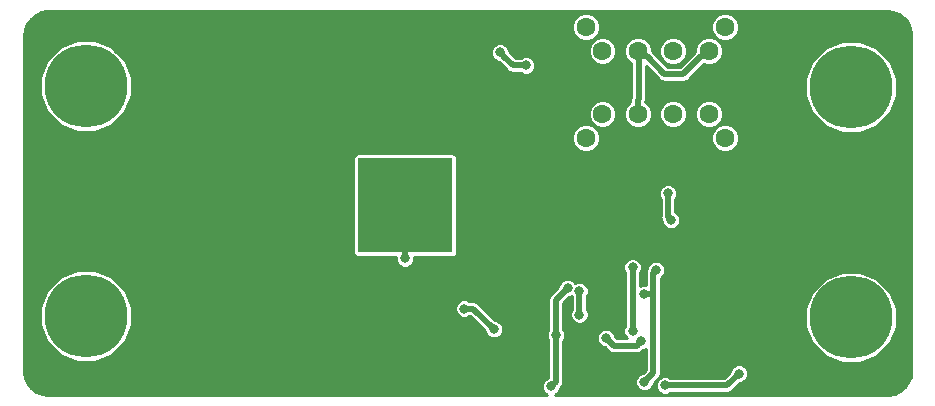
<source format=gbl>
G04 #@! TF.GenerationSoftware,KiCad,Pcbnew,(5.0.0)*
G04 #@! TF.CreationDate,2019-04-01T19:30:18+02:00*
G04 #@! TF.ProjectId,currentscaler,63757272656E747363616C65722E6B69,rev?*
G04 #@! TF.SameCoordinates,Original*
G04 #@! TF.FileFunction,Copper,L2,Bot,Signal*
G04 #@! TF.FilePolarity,Positive*
%FSLAX46Y46*%
G04 Gerber Fmt 4.6, Leading zero omitted, Abs format (unit mm)*
G04 Created by KiCad (PCBNEW (5.0.0)) date 04/01/19 19:30:18*
%MOMM*%
%LPD*%
G01*
G04 APERTURE LIST*
G04 #@! TA.AperFunction,ComponentPad*
%ADD10C,7.000000*%
G04 #@! TD*
G04 #@! TA.AperFunction,WasherPad*
%ADD11C,1.600000*%
G04 #@! TD*
G04 #@! TA.AperFunction,ComponentPad*
%ADD12C,1.600000*%
G04 #@! TD*
G04 #@! TA.AperFunction,SMDPad,CuDef*
%ADD13R,6.000000X5.500000*%
G04 #@! TD*
G04 #@! TA.AperFunction,SMDPad,CuDef*
%ADD14R,8.000000X8.000000*%
G04 #@! TD*
G04 #@! TA.AperFunction,ViaPad*
%ADD15C,0.800000*%
G04 #@! TD*
G04 #@! TA.AperFunction,Conductor*
%ADD16C,0.500000*%
G04 #@! TD*
G04 #@! TA.AperFunction,Conductor*
%ADD17C,0.254000*%
G04 #@! TD*
G04 APERTURE END LIST*
D10*
G04 #@! TO.P,CON2,1*
G04 #@! TO.N,Net-(C6-Pad1)*
X168230000Y-119000000D03*
G04 #@! TO.P,CON2,2*
G04 #@! TO.N,GNDREF*
X168230000Y-99500000D03*
G04 #@! TD*
G04 #@! TO.P,CON1,1*
G04 #@! TO.N,Net-(CON1-Pad1)*
X103460000Y-99390000D03*
G04 #@! TO.P,CON1,2*
G04 #@! TO.N,GNDREF*
X103460000Y-118890000D03*
G04 #@! TD*
D11*
G04 #@! TO.P,DP3T1,*
G04 #@! TO.N,*
X145800000Y-103800000D03*
X157600000Y-103800000D03*
X157600000Y-94400000D03*
X145800000Y-94400000D03*
D12*
G04 #@! TO.P,DP3T1,4*
G04 #@! TO.N,Net-(DP3T1-Pad4)*
X153200000Y-96450000D03*
X147200000Y-96450000D03*
G04 #@! TO.P,DP3T1,3*
G04 #@! TO.N,Net-(CON1-Pad1)*
X150200000Y-96450000D03*
G04 #@! TO.P,DP3T1,5*
X156200000Y-96450000D03*
G04 #@! TO.P,DP3T1,4*
G04 #@! TO.N,Net-(DP3T1-Pad4)*
X147200000Y-101750000D03*
G04 #@! TO.P,DP3T1,3*
G04 #@! TO.N,Net-(CON1-Pad1)*
X150200000Y-101750000D03*
G04 #@! TO.P,DP3T1,2*
G04 #@! TO.N,Net-(DP3T1-Pad2)*
X153200000Y-101750000D03*
G04 #@! TO.P,DP3T1,1*
G04 #@! TO.N,Net-(DP3T1-Pad1)*
X156200000Y-101750000D03*
G04 #@! TD*
D13*
G04 #@! TO.P,BT1,1*
G04 #@! TO.N,+9V*
X145800000Y-109500000D03*
X115200000Y-109500000D03*
D14*
G04 #@! TO.P,BT1,2*
G04 #@! TO.N,GND*
X130500000Y-109500000D03*
G04 #@! TD*
D15*
G04 #@! TO.N,GND*
X135500000Y-118250000D03*
X138000000Y-120000000D03*
X130500000Y-114000000D03*
G04 #@! TO.N,Net-(R10-Pad2)*
X149750000Y-114750000D03*
X149750000Y-120162490D03*
G04 #@! TO.N,+9V*
X145250000Y-115500000D03*
X148351505Y-120162490D03*
X142000000Y-111750008D03*
G04 #@! TO.N,Net-(DP3T1-Pad2)*
X140750000Y-97650010D03*
X138500000Y-96550010D03*
G04 #@! TO.N,GNDREF*
X158750000Y-123750000D03*
X152500000Y-124750000D03*
G04 #@! TO.N,Net-(C4-Pad2)*
X152750000Y-108500000D03*
X153000000Y-110750000D03*
G04 #@! TO.N,Net-(R8-Pad1)*
X145250000Y-116750000D03*
X145250000Y-118750000D03*
G04 #@! TO.N,Net-(C2-Pad1)*
X151750000Y-115000000D03*
X150750000Y-117000000D03*
X150750000Y-124449990D03*
G04 #@! TO.N,Net-(C2-Pad2)*
X150500000Y-121000000D03*
X147500000Y-120750000D03*
G04 #@! TO.N,Net-(R6-Pad2)*
X143250000Y-120500000D03*
X144250000Y-116500000D03*
X142840000Y-124840000D03*
G04 #@! TD*
D16*
G04 #@! TO.N,GND*
X135500000Y-118250000D02*
X136250000Y-118250000D01*
X136250000Y-118250000D02*
X138000000Y-120000000D01*
X130500000Y-109500000D02*
X130500000Y-114000000D01*
G04 #@! TO.N,Net-(R10-Pad2)*
X149750000Y-114750000D02*
X149750000Y-120162490D01*
G04 #@! TO.N,+9V*
X148351505Y-118601505D02*
X148351505Y-119596805D01*
X148351505Y-119596805D02*
X148351505Y-120162490D01*
X145250000Y-115500000D02*
X148351505Y-118601505D01*
G04 #@! TO.N,Net-(DP3T1-Pad2)*
X140750000Y-97650010D02*
X139600000Y-97650010D01*
X138899999Y-96950009D02*
X138500000Y-96550010D01*
X139600000Y-97650010D02*
X138899999Y-96950009D01*
G04 #@! TO.N,GNDREF*
X158750000Y-123750000D02*
X157750000Y-124750000D01*
X157750000Y-124750000D02*
X152500000Y-124750000D01*
G04 #@! TO.N,Net-(C4-Pad2)*
X152750000Y-108500000D02*
X152750000Y-110500000D01*
X152750000Y-110500000D02*
X153000000Y-110750000D01*
G04 #@! TO.N,Net-(R8-Pad1)*
X145250000Y-116750000D02*
X145250000Y-118750000D01*
G04 #@! TO.N,Net-(C2-Pad1)*
X151500000Y-115250000D02*
X151750000Y-115000000D01*
X150750000Y-117000000D02*
X151500000Y-117000000D01*
X151500000Y-117000000D02*
X151500000Y-115250000D01*
X151149999Y-124049991D02*
X150750000Y-124449990D01*
X151500000Y-123699990D02*
X151149999Y-124049991D01*
X151500000Y-117000000D02*
X151500000Y-123699990D01*
G04 #@! TO.N,Net-(C2-Pad2)*
X148149999Y-121399999D02*
X147899999Y-121149999D01*
X147899999Y-121149999D02*
X147500000Y-120750000D01*
X150500000Y-121000000D02*
X150100001Y-121399999D01*
X150100001Y-121399999D02*
X148149999Y-121399999D01*
G04 #@! TO.N,Net-(R6-Pad2)*
X143250000Y-120500000D02*
X143250000Y-117500000D01*
X143250000Y-117500000D02*
X144250000Y-116500000D01*
X143250000Y-120500000D02*
X143250000Y-124430000D01*
X143239999Y-124440001D02*
X142840000Y-124840000D01*
X143250000Y-124430000D02*
X143239999Y-124440001D01*
G04 #@! TO.N,Net-(CON1-Pad1)*
X150250000Y-96950000D02*
X150250000Y-100500000D01*
X155550000Y-96900000D02*
X154050000Y-98400000D01*
X156200000Y-96900000D02*
X155550000Y-96900000D01*
X154050000Y-98400000D02*
X152450000Y-98400000D01*
X152450000Y-98400000D02*
X150950000Y-96900000D01*
X150950000Y-96900000D02*
X150200000Y-96900000D01*
X150200000Y-96900000D02*
X150250000Y-96950000D01*
X150200000Y-100550000D02*
X150200000Y-101750000D01*
X150250000Y-100500000D02*
X150200000Y-100550000D01*
G04 #@! TD*
D17*
G04 #@! TO.N,+9V*
G36*
X171808221Y-93120601D02*
X172284512Y-93309178D01*
X172698941Y-93610278D01*
X173025470Y-94004984D01*
X173243579Y-94468491D01*
X173343609Y-94992866D01*
X173347200Y-95107126D01*
X173347201Y-123471502D01*
X173279397Y-124008224D01*
X173090821Y-124484513D01*
X172789721Y-124898942D01*
X172395017Y-125225469D01*
X171931509Y-125443579D01*
X171407134Y-125543609D01*
X171292874Y-125547200D01*
X143165157Y-125547200D01*
X143280588Y-125499387D01*
X143499387Y-125280588D01*
X143617800Y-124994714D01*
X143617800Y-124950042D01*
X143650198Y-124917644D01*
X143702618Y-124882618D01*
X143841374Y-124674955D01*
X143877800Y-124491831D01*
X143877800Y-124491827D01*
X143890098Y-124430000D01*
X143877800Y-124368173D01*
X143877800Y-120972175D01*
X143909387Y-120940588D01*
X144027800Y-120654714D01*
X144027800Y-120595286D01*
X146722200Y-120595286D01*
X146722200Y-120904714D01*
X146840613Y-121190588D01*
X147059412Y-121409387D01*
X147345286Y-121527800D01*
X147389958Y-121527800D01*
X147662355Y-121800197D01*
X147697381Y-121852617D01*
X147905044Y-121991373D01*
X148088168Y-122027799D01*
X148088172Y-122027799D01*
X148149998Y-122040097D01*
X148211824Y-122027799D01*
X150038175Y-122027799D01*
X150100001Y-122040097D01*
X150161827Y-122027799D01*
X150161832Y-122027799D01*
X150344956Y-121991373D01*
X150552619Y-121852617D01*
X150587645Y-121800197D01*
X150610042Y-121777800D01*
X150654714Y-121777800D01*
X150872201Y-121687714D01*
X150872201Y-123439947D01*
X150639958Y-123672190D01*
X150595286Y-123672190D01*
X150309412Y-123790603D01*
X150090613Y-124009402D01*
X149972200Y-124295276D01*
X149972200Y-124604704D01*
X150090613Y-124890578D01*
X150309412Y-125109377D01*
X150595286Y-125227790D01*
X150904714Y-125227790D01*
X151190588Y-125109377D01*
X151409387Y-124890578D01*
X151527800Y-124604704D01*
X151527800Y-124595286D01*
X151722200Y-124595286D01*
X151722200Y-124904714D01*
X151840613Y-125190588D01*
X152059412Y-125409387D01*
X152345286Y-125527800D01*
X152654714Y-125527800D01*
X152940588Y-125409387D01*
X152972175Y-125377800D01*
X157688174Y-125377800D01*
X157750000Y-125390098D01*
X157811826Y-125377800D01*
X157811831Y-125377800D01*
X157994955Y-125341374D01*
X158202618Y-125202618D01*
X158237643Y-125150199D01*
X158860043Y-124527800D01*
X158904714Y-124527800D01*
X159190588Y-124409387D01*
X159409387Y-124190588D01*
X159527800Y-123904714D01*
X159527800Y-123595286D01*
X159409387Y-123309412D01*
X159190588Y-123090613D01*
X158904714Y-122972200D01*
X158595286Y-122972200D01*
X158309412Y-123090613D01*
X158090613Y-123309412D01*
X157972200Y-123595286D01*
X157972200Y-123639957D01*
X157489958Y-124122200D01*
X152972175Y-124122200D01*
X152940588Y-124090613D01*
X152654714Y-123972200D01*
X152345286Y-123972200D01*
X152059412Y-124090613D01*
X151840613Y-124309412D01*
X151722200Y-124595286D01*
X151527800Y-124595286D01*
X151527800Y-124560032D01*
X151900198Y-124187634D01*
X151952618Y-124152608D01*
X152091374Y-123944945D01*
X152127800Y-123761821D01*
X152127800Y-123761817D01*
X152140098Y-123699991D01*
X152127800Y-123638165D01*
X152127800Y-118228658D01*
X164352200Y-118228658D01*
X164352200Y-119771342D01*
X164942560Y-121196597D01*
X166033403Y-122287440D01*
X167458658Y-122877800D01*
X169001342Y-122877800D01*
X170426597Y-122287440D01*
X171517440Y-121196597D01*
X172107800Y-119771342D01*
X172107800Y-118228658D01*
X171517440Y-116803403D01*
X170426597Y-115712560D01*
X169001342Y-115122200D01*
X167458658Y-115122200D01*
X166033403Y-115712560D01*
X164942560Y-116803403D01*
X164352200Y-118228658D01*
X152127800Y-118228658D01*
X152127800Y-117061830D01*
X152140099Y-117000000D01*
X152127800Y-116938169D01*
X152127800Y-115685395D01*
X152190588Y-115659387D01*
X152409387Y-115440588D01*
X152527800Y-115154714D01*
X152527800Y-114845286D01*
X152409387Y-114559412D01*
X152190588Y-114340613D01*
X151904714Y-114222200D01*
X151595286Y-114222200D01*
X151309412Y-114340613D01*
X151090613Y-114559412D01*
X150972200Y-114845286D01*
X150972200Y-114909901D01*
X150908627Y-115005045D01*
X150859902Y-115250000D01*
X150872201Y-115311830D01*
X150872200Y-116222200D01*
X150595286Y-116222200D01*
X150377800Y-116312286D01*
X150377800Y-115222175D01*
X150409387Y-115190588D01*
X150527800Y-114904714D01*
X150527800Y-114595286D01*
X150409387Y-114309412D01*
X150190588Y-114090613D01*
X149904714Y-113972200D01*
X149595286Y-113972200D01*
X149309412Y-114090613D01*
X149090613Y-114309412D01*
X148972200Y-114595286D01*
X148972200Y-114904714D01*
X149090613Y-115190588D01*
X149122200Y-115222175D01*
X149122201Y-119690314D01*
X149090613Y-119721902D01*
X148972200Y-120007776D01*
X148972200Y-120317204D01*
X149090613Y-120603078D01*
X149259734Y-120772199D01*
X148410041Y-120772199D01*
X148277800Y-120639958D01*
X148277800Y-120595286D01*
X148159387Y-120309412D01*
X147940588Y-120090613D01*
X147654714Y-119972200D01*
X147345286Y-119972200D01*
X147059412Y-120090613D01*
X146840613Y-120309412D01*
X146722200Y-120595286D01*
X144027800Y-120595286D01*
X144027800Y-120345286D01*
X143909387Y-120059412D01*
X143877800Y-120027825D01*
X143877800Y-117760042D01*
X144360043Y-117277800D01*
X144404714Y-117277800D01*
X144597833Y-117197808D01*
X144622200Y-117222175D01*
X144622201Y-118277824D01*
X144590613Y-118309412D01*
X144472200Y-118595286D01*
X144472200Y-118904714D01*
X144590613Y-119190588D01*
X144809412Y-119409387D01*
X145095286Y-119527800D01*
X145404714Y-119527800D01*
X145690588Y-119409387D01*
X145909387Y-119190588D01*
X146027800Y-118904714D01*
X146027800Y-118595286D01*
X145909387Y-118309412D01*
X145877800Y-118277825D01*
X145877800Y-117222175D01*
X145909387Y-117190588D01*
X146027800Y-116904714D01*
X146027800Y-116595286D01*
X145909387Y-116309412D01*
X145690588Y-116090613D01*
X145404714Y-115972200D01*
X145095286Y-115972200D01*
X144902167Y-116052192D01*
X144690588Y-115840613D01*
X144404714Y-115722200D01*
X144095286Y-115722200D01*
X143809412Y-115840613D01*
X143590613Y-116059412D01*
X143472200Y-116345286D01*
X143472200Y-116389957D01*
X142849799Y-117012359D01*
X142797383Y-117047382D01*
X142762359Y-117099799D01*
X142762358Y-117099800D01*
X142658627Y-117255045D01*
X142609902Y-117500000D01*
X142622201Y-117561831D01*
X142622200Y-120027825D01*
X142590613Y-120059412D01*
X142472200Y-120345286D01*
X142472200Y-120654714D01*
X142590613Y-120940588D01*
X142622200Y-120972175D01*
X142622201Y-124088331D01*
X142399412Y-124180613D01*
X142180613Y-124399412D01*
X142062200Y-124685286D01*
X142062200Y-124994714D01*
X142180613Y-125280588D01*
X142399412Y-125499387D01*
X142514843Y-125547200D01*
X100278491Y-125547200D01*
X99741776Y-125479397D01*
X99265487Y-125290821D01*
X98851058Y-124989721D01*
X98524531Y-124595017D01*
X98306421Y-124131509D01*
X98206391Y-123607134D01*
X98202812Y-123493250D01*
X98212274Y-118118658D01*
X99582200Y-118118658D01*
X99582200Y-119661342D01*
X100172560Y-121086597D01*
X101263403Y-122177440D01*
X102688658Y-122767800D01*
X104231342Y-122767800D01*
X105656597Y-122177440D01*
X106747440Y-121086597D01*
X107337800Y-119661342D01*
X107337800Y-118118658D01*
X107328119Y-118095286D01*
X134722200Y-118095286D01*
X134722200Y-118404714D01*
X134840613Y-118690588D01*
X135059412Y-118909387D01*
X135345286Y-119027800D01*
X135654714Y-119027800D01*
X135940588Y-118909387D01*
X135972175Y-118877800D01*
X135989958Y-118877800D01*
X137222200Y-120110043D01*
X137222200Y-120154714D01*
X137340613Y-120440588D01*
X137559412Y-120659387D01*
X137845286Y-120777800D01*
X138154714Y-120777800D01*
X138440588Y-120659387D01*
X138659387Y-120440588D01*
X138777800Y-120154714D01*
X138777800Y-119845286D01*
X138659387Y-119559412D01*
X138440588Y-119340613D01*
X138154714Y-119222200D01*
X138110043Y-119222200D01*
X136737644Y-117849802D01*
X136702618Y-117797382D01*
X136494955Y-117658626D01*
X136311831Y-117622200D01*
X136311826Y-117622200D01*
X136250000Y-117609902D01*
X136188174Y-117622200D01*
X135972175Y-117622200D01*
X135940588Y-117590613D01*
X135654714Y-117472200D01*
X135345286Y-117472200D01*
X135059412Y-117590613D01*
X134840613Y-117809412D01*
X134722200Y-118095286D01*
X107328119Y-118095286D01*
X106747440Y-116693403D01*
X105656597Y-115602560D01*
X104231342Y-115012200D01*
X102688658Y-115012200D01*
X101263403Y-115602560D01*
X100172560Y-116693403D01*
X99582200Y-118118658D01*
X98212274Y-118118658D01*
X98234489Y-105500000D01*
X126114799Y-105500000D01*
X126114799Y-113500000D01*
X126144121Y-113647410D01*
X126227622Y-113772378D01*
X126352590Y-113855879D01*
X126500000Y-113885201D01*
X129722200Y-113885201D01*
X129722200Y-114154714D01*
X129840613Y-114440588D01*
X130059412Y-114659387D01*
X130345286Y-114777800D01*
X130654714Y-114777800D01*
X130940588Y-114659387D01*
X131159387Y-114440588D01*
X131277800Y-114154714D01*
X131277800Y-113885201D01*
X134500000Y-113885201D01*
X134647410Y-113855879D01*
X134772378Y-113772378D01*
X134855879Y-113647410D01*
X134885201Y-113500000D01*
X134885201Y-108345286D01*
X151972200Y-108345286D01*
X151972200Y-108654714D01*
X152090613Y-108940588D01*
X152122200Y-108972175D01*
X152122201Y-110438170D01*
X152109902Y-110500000D01*
X152122201Y-110561831D01*
X152158627Y-110744955D01*
X152222200Y-110840099D01*
X152222200Y-110904714D01*
X152340613Y-111190588D01*
X152559412Y-111409387D01*
X152845286Y-111527800D01*
X153154714Y-111527800D01*
X153440588Y-111409387D01*
X153659387Y-111190588D01*
X153777800Y-110904714D01*
X153777800Y-110595286D01*
X153659387Y-110309412D01*
X153440588Y-110090613D01*
X153377800Y-110064605D01*
X153377800Y-108972175D01*
X153409387Y-108940588D01*
X153527800Y-108654714D01*
X153527800Y-108345286D01*
X153409387Y-108059412D01*
X153190588Y-107840613D01*
X152904714Y-107722200D01*
X152595286Y-107722200D01*
X152309412Y-107840613D01*
X152090613Y-108059412D01*
X151972200Y-108345286D01*
X134885201Y-108345286D01*
X134885201Y-105500000D01*
X134855879Y-105352590D01*
X134772378Y-105227622D01*
X134647410Y-105144121D01*
X134500000Y-105114799D01*
X126500000Y-105114799D01*
X126352590Y-105144121D01*
X126227622Y-105227622D01*
X126144121Y-105352590D01*
X126114799Y-105500000D01*
X98234489Y-105500000D01*
X98237894Y-103565721D01*
X144622200Y-103565721D01*
X144622200Y-104034279D01*
X144801510Y-104467170D01*
X145132830Y-104798490D01*
X145565721Y-104977800D01*
X146034279Y-104977800D01*
X146467170Y-104798490D01*
X146798490Y-104467170D01*
X146977800Y-104034279D01*
X146977800Y-103565721D01*
X156422200Y-103565721D01*
X156422200Y-104034279D01*
X156601510Y-104467170D01*
X156932830Y-104798490D01*
X157365721Y-104977800D01*
X157834279Y-104977800D01*
X158267170Y-104798490D01*
X158598490Y-104467170D01*
X158777800Y-104034279D01*
X158777800Y-103565721D01*
X158598490Y-103132830D01*
X158267170Y-102801510D01*
X157834279Y-102622200D01*
X157365721Y-102622200D01*
X156932830Y-102801510D01*
X156601510Y-103132830D01*
X156422200Y-103565721D01*
X146977800Y-103565721D01*
X146798490Y-103132830D01*
X146467170Y-102801510D01*
X146034279Y-102622200D01*
X145565721Y-102622200D01*
X145132830Y-102801510D01*
X144801510Y-103132830D01*
X144622200Y-103565721D01*
X98237894Y-103565721D01*
X98246605Y-98618658D01*
X99582200Y-98618658D01*
X99582200Y-100161342D01*
X100172560Y-101586597D01*
X101263403Y-102677440D01*
X102688658Y-103267800D01*
X104231342Y-103267800D01*
X105656597Y-102677440D01*
X106747440Y-101586597D01*
X106776797Y-101515721D01*
X146022200Y-101515721D01*
X146022200Y-101984279D01*
X146201510Y-102417170D01*
X146532830Y-102748490D01*
X146965721Y-102927800D01*
X147434279Y-102927800D01*
X147867170Y-102748490D01*
X148198490Y-102417170D01*
X148377800Y-101984279D01*
X148377800Y-101515721D01*
X148198490Y-101082830D01*
X147867170Y-100751510D01*
X147434279Y-100572200D01*
X146965721Y-100572200D01*
X146532830Y-100751510D01*
X146201510Y-101082830D01*
X146022200Y-101515721D01*
X106776797Y-101515721D01*
X107337800Y-100161342D01*
X107337800Y-98618658D01*
X106747440Y-97193403D01*
X105949333Y-96395296D01*
X137722200Y-96395296D01*
X137722200Y-96704724D01*
X137840613Y-96990598D01*
X138059412Y-97209397D01*
X138345286Y-97327810D01*
X138389958Y-97327810D01*
X138412357Y-97350209D01*
X139112358Y-98050211D01*
X139147382Y-98102628D01*
X139355045Y-98241384D01*
X139538169Y-98277810D01*
X139538174Y-98277810D01*
X139600000Y-98290108D01*
X139661826Y-98277810D01*
X140277825Y-98277810D01*
X140309412Y-98309397D01*
X140595286Y-98427810D01*
X140904714Y-98427810D01*
X141190588Y-98309397D01*
X141409387Y-98090598D01*
X141527800Y-97804724D01*
X141527800Y-97495296D01*
X141409387Y-97209422D01*
X141190588Y-96990623D01*
X140904714Y-96872210D01*
X140595286Y-96872210D01*
X140309412Y-96990623D01*
X140277825Y-97022210D01*
X139860043Y-97022210D01*
X139300199Y-96462367D01*
X139277800Y-96439968D01*
X139277800Y-96395296D01*
X139203418Y-96215721D01*
X146022200Y-96215721D01*
X146022200Y-96684279D01*
X146201510Y-97117170D01*
X146532830Y-97448490D01*
X146965721Y-97627800D01*
X147434279Y-97627800D01*
X147867170Y-97448490D01*
X148198490Y-97117170D01*
X148377800Y-96684279D01*
X148377800Y-96215721D01*
X149022200Y-96215721D01*
X149022200Y-96684279D01*
X149201510Y-97117170D01*
X149532830Y-97448490D01*
X149622200Y-97485508D01*
X149622201Y-100284730D01*
X149608626Y-100305046D01*
X149572200Y-100488170D01*
X149572200Y-100488174D01*
X149559902Y-100550000D01*
X149572200Y-100611826D01*
X149572200Y-100735202D01*
X149532830Y-100751510D01*
X149201510Y-101082830D01*
X149022200Y-101515721D01*
X149022200Y-101984279D01*
X149201510Y-102417170D01*
X149532830Y-102748490D01*
X149965721Y-102927800D01*
X150434279Y-102927800D01*
X150867170Y-102748490D01*
X151198490Y-102417170D01*
X151377800Y-101984279D01*
X151377800Y-101515721D01*
X152022200Y-101515721D01*
X152022200Y-101984279D01*
X152201510Y-102417170D01*
X152532830Y-102748490D01*
X152965721Y-102927800D01*
X153434279Y-102927800D01*
X153867170Y-102748490D01*
X154198490Y-102417170D01*
X154377800Y-101984279D01*
X154377800Y-101515721D01*
X155022200Y-101515721D01*
X155022200Y-101984279D01*
X155201510Y-102417170D01*
X155532830Y-102748490D01*
X155965721Y-102927800D01*
X156434279Y-102927800D01*
X156867170Y-102748490D01*
X157198490Y-102417170D01*
X157377800Y-101984279D01*
X157377800Y-101515721D01*
X157198490Y-101082830D01*
X156867170Y-100751510D01*
X156434279Y-100572200D01*
X155965721Y-100572200D01*
X155532830Y-100751510D01*
X155201510Y-101082830D01*
X155022200Y-101515721D01*
X154377800Y-101515721D01*
X154198490Y-101082830D01*
X153867170Y-100751510D01*
X153434279Y-100572200D01*
X152965721Y-100572200D01*
X152532830Y-100751510D01*
X152201510Y-101082830D01*
X152022200Y-101515721D01*
X151377800Y-101515721D01*
X151198490Y-101082830D01*
X150867170Y-100751510D01*
X150842133Y-100741139D01*
X150877800Y-100561831D01*
X150877800Y-100561827D01*
X150890098Y-100500000D01*
X150877800Y-100438173D01*
X150877800Y-97715642D01*
X151962358Y-98800201D01*
X151997382Y-98852618D01*
X152205045Y-98991374D01*
X152388169Y-99027800D01*
X152388173Y-99027800D01*
X152449999Y-99040098D01*
X152511825Y-99027800D01*
X153988174Y-99027800D01*
X154050000Y-99040098D01*
X154111826Y-99027800D01*
X154111831Y-99027800D01*
X154294955Y-98991374D01*
X154502618Y-98852618D01*
X154537644Y-98800198D01*
X154609184Y-98728658D01*
X164352200Y-98728658D01*
X164352200Y-100271342D01*
X164942560Y-101696597D01*
X166033403Y-102787440D01*
X167458658Y-103377800D01*
X169001342Y-103377800D01*
X170426597Y-102787440D01*
X171517440Y-101696597D01*
X172107800Y-100271342D01*
X172107800Y-98728658D01*
X171517440Y-97303403D01*
X170426597Y-96212560D01*
X169001342Y-95622200D01*
X167458658Y-95622200D01*
X166033403Y-96212560D01*
X164942560Y-97303403D01*
X164352200Y-98728658D01*
X154609184Y-98728658D01*
X155784929Y-97552913D01*
X155965721Y-97627800D01*
X156434279Y-97627800D01*
X156867170Y-97448490D01*
X157198490Y-97117170D01*
X157377800Y-96684279D01*
X157377800Y-96215721D01*
X157198490Y-95782830D01*
X156867170Y-95451510D01*
X156434279Y-95272200D01*
X155965721Y-95272200D01*
X155532830Y-95451510D01*
X155201510Y-95782830D01*
X155022200Y-96215721D01*
X155022200Y-96539957D01*
X153789958Y-97772200D01*
X152710043Y-97772200D01*
X151437644Y-96499802D01*
X151402618Y-96447382D01*
X151377800Y-96430799D01*
X151377800Y-96215721D01*
X152022200Y-96215721D01*
X152022200Y-96684279D01*
X152201510Y-97117170D01*
X152532830Y-97448490D01*
X152965721Y-97627800D01*
X153434279Y-97627800D01*
X153867170Y-97448490D01*
X154198490Y-97117170D01*
X154377800Y-96684279D01*
X154377800Y-96215721D01*
X154198490Y-95782830D01*
X153867170Y-95451510D01*
X153434279Y-95272200D01*
X152965721Y-95272200D01*
X152532830Y-95451510D01*
X152201510Y-95782830D01*
X152022200Y-96215721D01*
X151377800Y-96215721D01*
X151198490Y-95782830D01*
X150867170Y-95451510D01*
X150434279Y-95272200D01*
X149965721Y-95272200D01*
X149532830Y-95451510D01*
X149201510Y-95782830D01*
X149022200Y-96215721D01*
X148377800Y-96215721D01*
X148198490Y-95782830D01*
X147867170Y-95451510D01*
X147434279Y-95272200D01*
X146965721Y-95272200D01*
X146532830Y-95451510D01*
X146201510Y-95782830D01*
X146022200Y-96215721D01*
X139203418Y-96215721D01*
X139159387Y-96109422D01*
X138940588Y-95890623D01*
X138654714Y-95772210D01*
X138345286Y-95772210D01*
X138059412Y-95890623D01*
X137840613Y-96109422D01*
X137722200Y-96395296D01*
X105949333Y-96395296D01*
X105656597Y-96102560D01*
X104231342Y-95512200D01*
X102688658Y-95512200D01*
X101263403Y-96102560D01*
X100172560Y-97193403D01*
X99582200Y-98618658D01*
X98246605Y-98618658D01*
X98252749Y-95128895D01*
X98320601Y-94591779D01*
X98489289Y-94165721D01*
X144622200Y-94165721D01*
X144622200Y-94634279D01*
X144801510Y-95067170D01*
X145132830Y-95398490D01*
X145565721Y-95577800D01*
X146034279Y-95577800D01*
X146467170Y-95398490D01*
X146798490Y-95067170D01*
X146977800Y-94634279D01*
X146977800Y-94165721D01*
X156422200Y-94165721D01*
X156422200Y-94634279D01*
X156601510Y-95067170D01*
X156932830Y-95398490D01*
X157365721Y-95577800D01*
X157834279Y-95577800D01*
X158267170Y-95398490D01*
X158598490Y-95067170D01*
X158777800Y-94634279D01*
X158777800Y-94165721D01*
X158598490Y-93732830D01*
X158267170Y-93401510D01*
X157834279Y-93222200D01*
X157365721Y-93222200D01*
X156932830Y-93401510D01*
X156601510Y-93732830D01*
X156422200Y-94165721D01*
X146977800Y-94165721D01*
X146798490Y-93732830D01*
X146467170Y-93401510D01*
X146034279Y-93222200D01*
X145565721Y-93222200D01*
X145132830Y-93401510D01*
X144801510Y-93732830D01*
X144622200Y-94165721D01*
X98489289Y-94165721D01*
X98509178Y-94115488D01*
X98810278Y-93701059D01*
X99204984Y-93374530D01*
X99668491Y-93156421D01*
X100192866Y-93056391D01*
X100307126Y-93052800D01*
X171271509Y-93052800D01*
X171808221Y-93120601D01*
X171808221Y-93120601D01*
G37*
X171808221Y-93120601D02*
X172284512Y-93309178D01*
X172698941Y-93610278D01*
X173025470Y-94004984D01*
X173243579Y-94468491D01*
X173343609Y-94992866D01*
X173347200Y-95107126D01*
X173347201Y-123471502D01*
X173279397Y-124008224D01*
X173090821Y-124484513D01*
X172789721Y-124898942D01*
X172395017Y-125225469D01*
X171931509Y-125443579D01*
X171407134Y-125543609D01*
X171292874Y-125547200D01*
X143165157Y-125547200D01*
X143280588Y-125499387D01*
X143499387Y-125280588D01*
X143617800Y-124994714D01*
X143617800Y-124950042D01*
X143650198Y-124917644D01*
X143702618Y-124882618D01*
X143841374Y-124674955D01*
X143877800Y-124491831D01*
X143877800Y-124491827D01*
X143890098Y-124430000D01*
X143877800Y-124368173D01*
X143877800Y-120972175D01*
X143909387Y-120940588D01*
X144027800Y-120654714D01*
X144027800Y-120595286D01*
X146722200Y-120595286D01*
X146722200Y-120904714D01*
X146840613Y-121190588D01*
X147059412Y-121409387D01*
X147345286Y-121527800D01*
X147389958Y-121527800D01*
X147662355Y-121800197D01*
X147697381Y-121852617D01*
X147905044Y-121991373D01*
X148088168Y-122027799D01*
X148088172Y-122027799D01*
X148149998Y-122040097D01*
X148211824Y-122027799D01*
X150038175Y-122027799D01*
X150100001Y-122040097D01*
X150161827Y-122027799D01*
X150161832Y-122027799D01*
X150344956Y-121991373D01*
X150552619Y-121852617D01*
X150587645Y-121800197D01*
X150610042Y-121777800D01*
X150654714Y-121777800D01*
X150872201Y-121687714D01*
X150872201Y-123439947D01*
X150639958Y-123672190D01*
X150595286Y-123672190D01*
X150309412Y-123790603D01*
X150090613Y-124009402D01*
X149972200Y-124295276D01*
X149972200Y-124604704D01*
X150090613Y-124890578D01*
X150309412Y-125109377D01*
X150595286Y-125227790D01*
X150904714Y-125227790D01*
X151190588Y-125109377D01*
X151409387Y-124890578D01*
X151527800Y-124604704D01*
X151527800Y-124595286D01*
X151722200Y-124595286D01*
X151722200Y-124904714D01*
X151840613Y-125190588D01*
X152059412Y-125409387D01*
X152345286Y-125527800D01*
X152654714Y-125527800D01*
X152940588Y-125409387D01*
X152972175Y-125377800D01*
X157688174Y-125377800D01*
X157750000Y-125390098D01*
X157811826Y-125377800D01*
X157811831Y-125377800D01*
X157994955Y-125341374D01*
X158202618Y-125202618D01*
X158237643Y-125150199D01*
X158860043Y-124527800D01*
X158904714Y-124527800D01*
X159190588Y-124409387D01*
X159409387Y-124190588D01*
X159527800Y-123904714D01*
X159527800Y-123595286D01*
X159409387Y-123309412D01*
X159190588Y-123090613D01*
X158904714Y-122972200D01*
X158595286Y-122972200D01*
X158309412Y-123090613D01*
X158090613Y-123309412D01*
X157972200Y-123595286D01*
X157972200Y-123639957D01*
X157489958Y-124122200D01*
X152972175Y-124122200D01*
X152940588Y-124090613D01*
X152654714Y-123972200D01*
X152345286Y-123972200D01*
X152059412Y-124090613D01*
X151840613Y-124309412D01*
X151722200Y-124595286D01*
X151527800Y-124595286D01*
X151527800Y-124560032D01*
X151900198Y-124187634D01*
X151952618Y-124152608D01*
X152091374Y-123944945D01*
X152127800Y-123761821D01*
X152127800Y-123761817D01*
X152140098Y-123699991D01*
X152127800Y-123638165D01*
X152127800Y-118228658D01*
X164352200Y-118228658D01*
X164352200Y-119771342D01*
X164942560Y-121196597D01*
X166033403Y-122287440D01*
X167458658Y-122877800D01*
X169001342Y-122877800D01*
X170426597Y-122287440D01*
X171517440Y-121196597D01*
X172107800Y-119771342D01*
X172107800Y-118228658D01*
X171517440Y-116803403D01*
X170426597Y-115712560D01*
X169001342Y-115122200D01*
X167458658Y-115122200D01*
X166033403Y-115712560D01*
X164942560Y-116803403D01*
X164352200Y-118228658D01*
X152127800Y-118228658D01*
X152127800Y-117061830D01*
X152140099Y-117000000D01*
X152127800Y-116938169D01*
X152127800Y-115685395D01*
X152190588Y-115659387D01*
X152409387Y-115440588D01*
X152527800Y-115154714D01*
X152527800Y-114845286D01*
X152409387Y-114559412D01*
X152190588Y-114340613D01*
X151904714Y-114222200D01*
X151595286Y-114222200D01*
X151309412Y-114340613D01*
X151090613Y-114559412D01*
X150972200Y-114845286D01*
X150972200Y-114909901D01*
X150908627Y-115005045D01*
X150859902Y-115250000D01*
X150872201Y-115311830D01*
X150872200Y-116222200D01*
X150595286Y-116222200D01*
X150377800Y-116312286D01*
X150377800Y-115222175D01*
X150409387Y-115190588D01*
X150527800Y-114904714D01*
X150527800Y-114595286D01*
X150409387Y-114309412D01*
X150190588Y-114090613D01*
X149904714Y-113972200D01*
X149595286Y-113972200D01*
X149309412Y-114090613D01*
X149090613Y-114309412D01*
X148972200Y-114595286D01*
X148972200Y-114904714D01*
X149090613Y-115190588D01*
X149122200Y-115222175D01*
X149122201Y-119690314D01*
X149090613Y-119721902D01*
X148972200Y-120007776D01*
X148972200Y-120317204D01*
X149090613Y-120603078D01*
X149259734Y-120772199D01*
X148410041Y-120772199D01*
X148277800Y-120639958D01*
X148277800Y-120595286D01*
X148159387Y-120309412D01*
X147940588Y-120090613D01*
X147654714Y-119972200D01*
X147345286Y-119972200D01*
X147059412Y-120090613D01*
X146840613Y-120309412D01*
X146722200Y-120595286D01*
X144027800Y-120595286D01*
X144027800Y-120345286D01*
X143909387Y-120059412D01*
X143877800Y-120027825D01*
X143877800Y-117760042D01*
X144360043Y-117277800D01*
X144404714Y-117277800D01*
X144597833Y-117197808D01*
X144622200Y-117222175D01*
X144622201Y-118277824D01*
X144590613Y-118309412D01*
X144472200Y-118595286D01*
X144472200Y-118904714D01*
X144590613Y-119190588D01*
X144809412Y-119409387D01*
X145095286Y-119527800D01*
X145404714Y-119527800D01*
X145690588Y-119409387D01*
X145909387Y-119190588D01*
X146027800Y-118904714D01*
X146027800Y-118595286D01*
X145909387Y-118309412D01*
X145877800Y-118277825D01*
X145877800Y-117222175D01*
X145909387Y-117190588D01*
X146027800Y-116904714D01*
X146027800Y-116595286D01*
X145909387Y-116309412D01*
X145690588Y-116090613D01*
X145404714Y-115972200D01*
X145095286Y-115972200D01*
X144902167Y-116052192D01*
X144690588Y-115840613D01*
X144404714Y-115722200D01*
X144095286Y-115722200D01*
X143809412Y-115840613D01*
X143590613Y-116059412D01*
X143472200Y-116345286D01*
X143472200Y-116389957D01*
X142849799Y-117012359D01*
X142797383Y-117047382D01*
X142762359Y-117099799D01*
X142762358Y-117099800D01*
X142658627Y-117255045D01*
X142609902Y-117500000D01*
X142622201Y-117561831D01*
X142622200Y-120027825D01*
X142590613Y-120059412D01*
X142472200Y-120345286D01*
X142472200Y-120654714D01*
X142590613Y-120940588D01*
X142622200Y-120972175D01*
X142622201Y-124088331D01*
X142399412Y-124180613D01*
X142180613Y-124399412D01*
X142062200Y-124685286D01*
X142062200Y-124994714D01*
X142180613Y-125280588D01*
X142399412Y-125499387D01*
X142514843Y-125547200D01*
X100278491Y-125547200D01*
X99741776Y-125479397D01*
X99265487Y-125290821D01*
X98851058Y-124989721D01*
X98524531Y-124595017D01*
X98306421Y-124131509D01*
X98206391Y-123607134D01*
X98202812Y-123493250D01*
X98212274Y-118118658D01*
X99582200Y-118118658D01*
X99582200Y-119661342D01*
X100172560Y-121086597D01*
X101263403Y-122177440D01*
X102688658Y-122767800D01*
X104231342Y-122767800D01*
X105656597Y-122177440D01*
X106747440Y-121086597D01*
X107337800Y-119661342D01*
X107337800Y-118118658D01*
X107328119Y-118095286D01*
X134722200Y-118095286D01*
X134722200Y-118404714D01*
X134840613Y-118690588D01*
X135059412Y-118909387D01*
X135345286Y-119027800D01*
X135654714Y-119027800D01*
X135940588Y-118909387D01*
X135972175Y-118877800D01*
X135989958Y-118877800D01*
X137222200Y-120110043D01*
X137222200Y-120154714D01*
X137340613Y-120440588D01*
X137559412Y-120659387D01*
X137845286Y-120777800D01*
X138154714Y-120777800D01*
X138440588Y-120659387D01*
X138659387Y-120440588D01*
X138777800Y-120154714D01*
X138777800Y-119845286D01*
X138659387Y-119559412D01*
X138440588Y-119340613D01*
X138154714Y-119222200D01*
X138110043Y-119222200D01*
X136737644Y-117849802D01*
X136702618Y-117797382D01*
X136494955Y-117658626D01*
X136311831Y-117622200D01*
X136311826Y-117622200D01*
X136250000Y-117609902D01*
X136188174Y-117622200D01*
X135972175Y-117622200D01*
X135940588Y-117590613D01*
X135654714Y-117472200D01*
X135345286Y-117472200D01*
X135059412Y-117590613D01*
X134840613Y-117809412D01*
X134722200Y-118095286D01*
X107328119Y-118095286D01*
X106747440Y-116693403D01*
X105656597Y-115602560D01*
X104231342Y-115012200D01*
X102688658Y-115012200D01*
X101263403Y-115602560D01*
X100172560Y-116693403D01*
X99582200Y-118118658D01*
X98212274Y-118118658D01*
X98234489Y-105500000D01*
X126114799Y-105500000D01*
X126114799Y-113500000D01*
X126144121Y-113647410D01*
X126227622Y-113772378D01*
X126352590Y-113855879D01*
X126500000Y-113885201D01*
X129722200Y-113885201D01*
X129722200Y-114154714D01*
X129840613Y-114440588D01*
X130059412Y-114659387D01*
X130345286Y-114777800D01*
X130654714Y-114777800D01*
X130940588Y-114659387D01*
X131159387Y-114440588D01*
X131277800Y-114154714D01*
X131277800Y-113885201D01*
X134500000Y-113885201D01*
X134647410Y-113855879D01*
X134772378Y-113772378D01*
X134855879Y-113647410D01*
X134885201Y-113500000D01*
X134885201Y-108345286D01*
X151972200Y-108345286D01*
X151972200Y-108654714D01*
X152090613Y-108940588D01*
X152122200Y-108972175D01*
X152122201Y-110438170D01*
X152109902Y-110500000D01*
X152122201Y-110561831D01*
X152158627Y-110744955D01*
X152222200Y-110840099D01*
X152222200Y-110904714D01*
X152340613Y-111190588D01*
X152559412Y-111409387D01*
X152845286Y-111527800D01*
X153154714Y-111527800D01*
X153440588Y-111409387D01*
X153659387Y-111190588D01*
X153777800Y-110904714D01*
X153777800Y-110595286D01*
X153659387Y-110309412D01*
X153440588Y-110090613D01*
X153377800Y-110064605D01*
X153377800Y-108972175D01*
X153409387Y-108940588D01*
X153527800Y-108654714D01*
X153527800Y-108345286D01*
X153409387Y-108059412D01*
X153190588Y-107840613D01*
X152904714Y-107722200D01*
X152595286Y-107722200D01*
X152309412Y-107840613D01*
X152090613Y-108059412D01*
X151972200Y-108345286D01*
X134885201Y-108345286D01*
X134885201Y-105500000D01*
X134855879Y-105352590D01*
X134772378Y-105227622D01*
X134647410Y-105144121D01*
X134500000Y-105114799D01*
X126500000Y-105114799D01*
X126352590Y-105144121D01*
X126227622Y-105227622D01*
X126144121Y-105352590D01*
X126114799Y-105500000D01*
X98234489Y-105500000D01*
X98237894Y-103565721D01*
X144622200Y-103565721D01*
X144622200Y-104034279D01*
X144801510Y-104467170D01*
X145132830Y-104798490D01*
X145565721Y-104977800D01*
X146034279Y-104977800D01*
X146467170Y-104798490D01*
X146798490Y-104467170D01*
X146977800Y-104034279D01*
X146977800Y-103565721D01*
X156422200Y-103565721D01*
X156422200Y-104034279D01*
X156601510Y-104467170D01*
X156932830Y-104798490D01*
X157365721Y-104977800D01*
X157834279Y-104977800D01*
X158267170Y-104798490D01*
X158598490Y-104467170D01*
X158777800Y-104034279D01*
X158777800Y-103565721D01*
X158598490Y-103132830D01*
X158267170Y-102801510D01*
X157834279Y-102622200D01*
X157365721Y-102622200D01*
X156932830Y-102801510D01*
X156601510Y-103132830D01*
X156422200Y-103565721D01*
X146977800Y-103565721D01*
X146798490Y-103132830D01*
X146467170Y-102801510D01*
X146034279Y-102622200D01*
X145565721Y-102622200D01*
X145132830Y-102801510D01*
X144801510Y-103132830D01*
X144622200Y-103565721D01*
X98237894Y-103565721D01*
X98246605Y-98618658D01*
X99582200Y-98618658D01*
X99582200Y-100161342D01*
X100172560Y-101586597D01*
X101263403Y-102677440D01*
X102688658Y-103267800D01*
X104231342Y-103267800D01*
X105656597Y-102677440D01*
X106747440Y-101586597D01*
X106776797Y-101515721D01*
X146022200Y-101515721D01*
X146022200Y-101984279D01*
X146201510Y-102417170D01*
X146532830Y-102748490D01*
X146965721Y-102927800D01*
X147434279Y-102927800D01*
X147867170Y-102748490D01*
X148198490Y-102417170D01*
X148377800Y-101984279D01*
X148377800Y-101515721D01*
X148198490Y-101082830D01*
X147867170Y-100751510D01*
X147434279Y-100572200D01*
X146965721Y-100572200D01*
X146532830Y-100751510D01*
X146201510Y-101082830D01*
X146022200Y-101515721D01*
X106776797Y-101515721D01*
X107337800Y-100161342D01*
X107337800Y-98618658D01*
X106747440Y-97193403D01*
X105949333Y-96395296D01*
X137722200Y-96395296D01*
X137722200Y-96704724D01*
X137840613Y-96990598D01*
X138059412Y-97209397D01*
X138345286Y-97327810D01*
X138389958Y-97327810D01*
X138412357Y-97350209D01*
X139112358Y-98050211D01*
X139147382Y-98102628D01*
X139355045Y-98241384D01*
X139538169Y-98277810D01*
X139538174Y-98277810D01*
X139600000Y-98290108D01*
X139661826Y-98277810D01*
X140277825Y-98277810D01*
X140309412Y-98309397D01*
X140595286Y-98427810D01*
X140904714Y-98427810D01*
X141190588Y-98309397D01*
X141409387Y-98090598D01*
X141527800Y-97804724D01*
X141527800Y-97495296D01*
X141409387Y-97209422D01*
X141190588Y-96990623D01*
X140904714Y-96872210D01*
X140595286Y-96872210D01*
X140309412Y-96990623D01*
X140277825Y-97022210D01*
X139860043Y-97022210D01*
X139300199Y-96462367D01*
X139277800Y-96439968D01*
X139277800Y-96395296D01*
X139203418Y-96215721D01*
X146022200Y-96215721D01*
X146022200Y-96684279D01*
X146201510Y-97117170D01*
X146532830Y-97448490D01*
X146965721Y-97627800D01*
X147434279Y-97627800D01*
X147867170Y-97448490D01*
X148198490Y-97117170D01*
X148377800Y-96684279D01*
X148377800Y-96215721D01*
X149022200Y-96215721D01*
X149022200Y-96684279D01*
X149201510Y-97117170D01*
X149532830Y-97448490D01*
X149622200Y-97485508D01*
X149622201Y-100284730D01*
X149608626Y-100305046D01*
X149572200Y-100488170D01*
X149572200Y-100488174D01*
X149559902Y-100550000D01*
X149572200Y-100611826D01*
X149572200Y-100735202D01*
X149532830Y-100751510D01*
X149201510Y-101082830D01*
X149022200Y-101515721D01*
X149022200Y-101984279D01*
X149201510Y-102417170D01*
X149532830Y-102748490D01*
X149965721Y-102927800D01*
X150434279Y-102927800D01*
X150867170Y-102748490D01*
X151198490Y-102417170D01*
X151377800Y-101984279D01*
X151377800Y-101515721D01*
X152022200Y-101515721D01*
X152022200Y-101984279D01*
X152201510Y-102417170D01*
X152532830Y-102748490D01*
X152965721Y-102927800D01*
X153434279Y-102927800D01*
X153867170Y-102748490D01*
X154198490Y-102417170D01*
X154377800Y-101984279D01*
X154377800Y-101515721D01*
X155022200Y-101515721D01*
X155022200Y-101984279D01*
X155201510Y-102417170D01*
X155532830Y-102748490D01*
X155965721Y-102927800D01*
X156434279Y-102927800D01*
X156867170Y-102748490D01*
X157198490Y-102417170D01*
X157377800Y-101984279D01*
X157377800Y-101515721D01*
X157198490Y-101082830D01*
X156867170Y-100751510D01*
X156434279Y-100572200D01*
X155965721Y-100572200D01*
X155532830Y-100751510D01*
X155201510Y-101082830D01*
X155022200Y-101515721D01*
X154377800Y-101515721D01*
X154198490Y-101082830D01*
X153867170Y-100751510D01*
X153434279Y-100572200D01*
X152965721Y-100572200D01*
X152532830Y-100751510D01*
X152201510Y-101082830D01*
X152022200Y-101515721D01*
X151377800Y-101515721D01*
X151198490Y-101082830D01*
X150867170Y-100751510D01*
X150842133Y-100741139D01*
X150877800Y-100561831D01*
X150877800Y-100561827D01*
X150890098Y-100500000D01*
X150877800Y-100438173D01*
X150877800Y-97715642D01*
X151962358Y-98800201D01*
X151997382Y-98852618D01*
X152205045Y-98991374D01*
X152388169Y-99027800D01*
X152388173Y-99027800D01*
X152449999Y-99040098D01*
X152511825Y-99027800D01*
X153988174Y-99027800D01*
X154050000Y-99040098D01*
X154111826Y-99027800D01*
X154111831Y-99027800D01*
X154294955Y-98991374D01*
X154502618Y-98852618D01*
X154537644Y-98800198D01*
X154609184Y-98728658D01*
X164352200Y-98728658D01*
X164352200Y-100271342D01*
X164942560Y-101696597D01*
X166033403Y-102787440D01*
X167458658Y-103377800D01*
X169001342Y-103377800D01*
X170426597Y-102787440D01*
X171517440Y-101696597D01*
X172107800Y-100271342D01*
X172107800Y-98728658D01*
X171517440Y-97303403D01*
X170426597Y-96212560D01*
X169001342Y-95622200D01*
X167458658Y-95622200D01*
X166033403Y-96212560D01*
X164942560Y-97303403D01*
X164352200Y-98728658D01*
X154609184Y-98728658D01*
X155784929Y-97552913D01*
X155965721Y-97627800D01*
X156434279Y-97627800D01*
X156867170Y-97448490D01*
X157198490Y-97117170D01*
X157377800Y-96684279D01*
X157377800Y-96215721D01*
X157198490Y-95782830D01*
X156867170Y-95451510D01*
X156434279Y-95272200D01*
X155965721Y-95272200D01*
X155532830Y-95451510D01*
X155201510Y-95782830D01*
X155022200Y-96215721D01*
X155022200Y-96539957D01*
X153789958Y-97772200D01*
X152710043Y-97772200D01*
X151437644Y-96499802D01*
X151402618Y-96447382D01*
X151377800Y-96430799D01*
X151377800Y-96215721D01*
X152022200Y-96215721D01*
X152022200Y-96684279D01*
X152201510Y-97117170D01*
X152532830Y-97448490D01*
X152965721Y-97627800D01*
X153434279Y-97627800D01*
X153867170Y-97448490D01*
X154198490Y-97117170D01*
X154377800Y-96684279D01*
X154377800Y-96215721D01*
X154198490Y-95782830D01*
X153867170Y-95451510D01*
X153434279Y-95272200D01*
X152965721Y-95272200D01*
X152532830Y-95451510D01*
X152201510Y-95782830D01*
X152022200Y-96215721D01*
X151377800Y-96215721D01*
X151198490Y-95782830D01*
X150867170Y-95451510D01*
X150434279Y-95272200D01*
X149965721Y-95272200D01*
X149532830Y-95451510D01*
X149201510Y-95782830D01*
X149022200Y-96215721D01*
X148377800Y-96215721D01*
X148198490Y-95782830D01*
X147867170Y-95451510D01*
X147434279Y-95272200D01*
X146965721Y-95272200D01*
X146532830Y-95451510D01*
X146201510Y-95782830D01*
X146022200Y-96215721D01*
X139203418Y-96215721D01*
X139159387Y-96109422D01*
X138940588Y-95890623D01*
X138654714Y-95772210D01*
X138345286Y-95772210D01*
X138059412Y-95890623D01*
X137840613Y-96109422D01*
X137722200Y-96395296D01*
X105949333Y-96395296D01*
X105656597Y-96102560D01*
X104231342Y-95512200D01*
X102688658Y-95512200D01*
X101263403Y-96102560D01*
X100172560Y-97193403D01*
X99582200Y-98618658D01*
X98246605Y-98618658D01*
X98252749Y-95128895D01*
X98320601Y-94591779D01*
X98489289Y-94165721D01*
X144622200Y-94165721D01*
X144622200Y-94634279D01*
X144801510Y-95067170D01*
X145132830Y-95398490D01*
X145565721Y-95577800D01*
X146034279Y-95577800D01*
X146467170Y-95398490D01*
X146798490Y-95067170D01*
X146977800Y-94634279D01*
X146977800Y-94165721D01*
X156422200Y-94165721D01*
X156422200Y-94634279D01*
X156601510Y-95067170D01*
X156932830Y-95398490D01*
X157365721Y-95577800D01*
X157834279Y-95577800D01*
X158267170Y-95398490D01*
X158598490Y-95067170D01*
X158777800Y-94634279D01*
X158777800Y-94165721D01*
X158598490Y-93732830D01*
X158267170Y-93401510D01*
X157834279Y-93222200D01*
X157365721Y-93222200D01*
X156932830Y-93401510D01*
X156601510Y-93732830D01*
X156422200Y-94165721D01*
X146977800Y-94165721D01*
X146798490Y-93732830D01*
X146467170Y-93401510D01*
X146034279Y-93222200D01*
X145565721Y-93222200D01*
X145132830Y-93401510D01*
X144801510Y-93732830D01*
X144622200Y-94165721D01*
X98489289Y-94165721D01*
X98509178Y-94115488D01*
X98810278Y-93701059D01*
X99204984Y-93374530D01*
X99668491Y-93156421D01*
X100192866Y-93056391D01*
X100307126Y-93052800D01*
X171271509Y-93052800D01*
X171808221Y-93120601D01*
G04 #@! TD*
M02*

</source>
